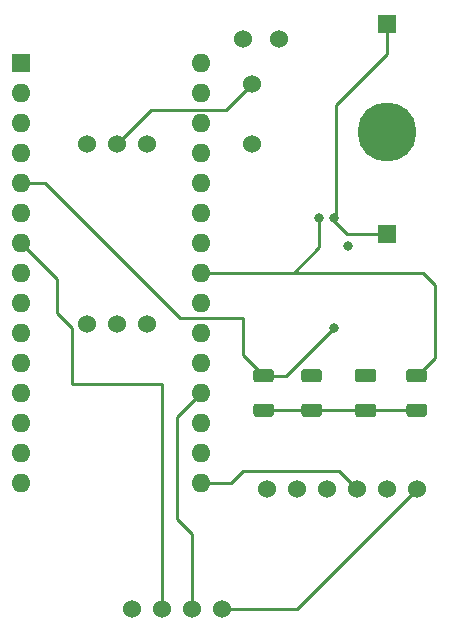
<source format=gbr>
%TF.GenerationSoftware,KiCad,Pcbnew,(5.1.10)-1*%
%TF.CreationDate,2021-10-20T12:04:40-04:00*%
%TF.ProjectId,mainboard,6d61696e-626f-4617-9264-2e6b69636164,rev?*%
%TF.SameCoordinates,Original*%
%TF.FileFunction,Copper,L2,Bot*%
%TF.FilePolarity,Positive*%
%FSLAX46Y46*%
G04 Gerber Fmt 4.6, Leading zero omitted, Abs format (unit mm)*
G04 Created by KiCad (PCBNEW (5.1.10)-1) date 2021-10-20 12:04:40*
%MOMM*%
%LPD*%
G01*
G04 APERTURE LIST*
%TA.AperFunction,ComponentPad*%
%ADD10R,1.600000X1.600000*%
%TD*%
%TA.AperFunction,ComponentPad*%
%ADD11O,1.600000X1.600000*%
%TD*%
%TA.AperFunction,SMDPad,CuDef*%
%ADD12R,1.524000X1.524000*%
%TD*%
%TA.AperFunction,SMDPad,CuDef*%
%ADD13C,5.000000*%
%TD*%
%TA.AperFunction,ComponentPad*%
%ADD14C,1.524000*%
%TD*%
%TA.AperFunction,ViaPad*%
%ADD15C,0.800000*%
%TD*%
%TA.AperFunction,Conductor*%
%ADD16C,0.250000*%
%TD*%
G04 APERTURE END LIST*
D10*
%TO.P,A1,1*%
%TO.N,Net-(A1-Pad1)*%
X90932000Y-57912000D03*
D11*
%TO.P,A1,17*%
%TO.N,Net-(10K1-Pad1)*%
X106172000Y-90932000D03*
%TO.P,A1,2*%
%TO.N,Net-(A1-Pad2)*%
X90932000Y-60452000D03*
%TO.P,A1,18*%
%TO.N,Net-(A1-Pad18)*%
X106172000Y-88392000D03*
%TO.P,A1,3*%
%TO.N,Net-(A1-Pad3)*%
X90932000Y-62992000D03*
%TO.P,A1,19*%
%TO.N,Net-(A1-Pad19)*%
X106172000Y-85852000D03*
%TO.P,A1,4*%
%TO.N,GND*%
X90932000Y-65532000D03*
%TO.P,A1,20*%
%TO.N,Net-(A1-Pad20)*%
X106172000Y-83312000D03*
%TO.P,A1,5*%
%TO.N,Net-(A1-Pad5)*%
X90932000Y-68072000D03*
%TO.P,A1,21*%
%TO.N,Net-(A1-Pad21)*%
X106172000Y-80772000D03*
%TO.P,A1,6*%
%TO.N,Net-(A1-Pad6)*%
X90932000Y-70612000D03*
%TO.P,A1,22*%
%TO.N,Net-(A1-Pad22)*%
X106172000Y-78232000D03*
%TO.P,A1,7*%
%TO.N,Net-(A1-Pad7)*%
X90932000Y-73152000D03*
%TO.P,A1,23*%
%TO.N,Net-(10K1-Pad2)*%
X106172000Y-75692000D03*
%TO.P,A1,8*%
%TO.N,Net-(A1-Pad8)*%
X90932000Y-75692000D03*
%TO.P,A1,24*%
%TO.N,Net-(4.7k1-Pad2)*%
X106172000Y-73152000D03*
%TO.P,A1,9*%
%TO.N,Net-(A1-Pad9)*%
X90932000Y-78232000D03*
%TO.P,A1,25*%
%TO.N,Net-(A1-Pad25)*%
X106172000Y-70612000D03*
%TO.P,A1,10*%
%TO.N,Net-(A1-Pad10)*%
X90932000Y-80772000D03*
%TO.P,A1,26*%
%TO.N,Net-(A1-Pad26)*%
X106172000Y-68072000D03*
%TO.P,A1,11*%
%TO.N,Net-(A1-Pad11)*%
X90932000Y-83312000D03*
%TO.P,A1,27*%
%TO.N,Net-(A1-Pad27)*%
X106172000Y-65532000D03*
%TO.P,A1,12*%
%TO.N,Net-(A1-Pad12)*%
X90932000Y-85852000D03*
%TO.P,A1,28*%
%TO.N,Net-(A1-Pad28)*%
X106172000Y-62992000D03*
%TO.P,A1,13*%
%TO.N,Net-(A1-Pad13)*%
X90932000Y-88392000D03*
%TO.P,A1,29*%
%TO.N,GND*%
X106172000Y-60452000D03*
%TO.P,A1,14*%
%TO.N,Net-(A1-Pad14)*%
X90932000Y-90932000D03*
%TO.P,A1,30*%
%TO.N,Net-(A1-Pad30)*%
X106172000Y-57912000D03*
%TO.P,A1,15*%
%TO.N,Net-(A1-Pad15)*%
X90932000Y-93472000D03*
%TO.P,A1,16*%
%TO.N,Net-(A1-Pad16)*%
X106172000Y-93472000D03*
%TD*%
D12*
%TO.P,U2,1*%
%TO.N,Net-(U1-Pad14)*%
X121920000Y-72390000D03*
%TO.P,U2,2*%
X121920000Y-54610000D03*
D13*
%TO.P,U2,3*%
%TO.N,GND*%
X121920000Y-63754000D03*
%TD*%
%TO.P,10K1,1*%
%TO.N,Net-(10K1-Pad1)*%
%TA.AperFunction,SMDPad,CuDef*%
G36*
G01*
X125085003Y-87877000D02*
X123834997Y-87877000D01*
G75*
G02*
X123585000Y-87627003I0J249997D01*
G01*
X123585000Y-87001997D01*
G75*
G02*
X123834997Y-86752000I249997J0D01*
G01*
X125085003Y-86752000D01*
G75*
G02*
X125335000Y-87001997I0J-249997D01*
G01*
X125335000Y-87627003D01*
G75*
G02*
X125085003Y-87877000I-249997J0D01*
G01*
G37*
%TD.AperFunction*%
%TO.P,10K1,2*%
%TO.N,Net-(10K1-Pad2)*%
%TA.AperFunction,SMDPad,CuDef*%
G36*
G01*
X125085003Y-84952000D02*
X123834997Y-84952000D01*
G75*
G02*
X123585000Y-84702003I0J249997D01*
G01*
X123585000Y-84076997D01*
G75*
G02*
X123834997Y-83827000I249997J0D01*
G01*
X125085003Y-83827000D01*
G75*
G02*
X125335000Y-84076997I0J-249997D01*
G01*
X125335000Y-84702003D01*
G75*
G02*
X125085003Y-84952000I-249997J0D01*
G01*
G37*
%TD.AperFunction*%
%TD*%
%TO.P,4.7k1,1*%
%TO.N,Net-(10K1-Pad1)*%
%TA.AperFunction,SMDPad,CuDef*%
G36*
G01*
X116195003Y-87877000D02*
X114944997Y-87877000D01*
G75*
G02*
X114695000Y-87627003I0J249997D01*
G01*
X114695000Y-87001997D01*
G75*
G02*
X114944997Y-86752000I249997J0D01*
G01*
X116195003Y-86752000D01*
G75*
G02*
X116445000Y-87001997I0J-249997D01*
G01*
X116445000Y-87627003D01*
G75*
G02*
X116195003Y-87877000I-249997J0D01*
G01*
G37*
%TD.AperFunction*%
%TO.P,4.7k1,2*%
%TO.N,Net-(4.7k1-Pad2)*%
%TA.AperFunction,SMDPad,CuDef*%
G36*
G01*
X116195003Y-84952000D02*
X114944997Y-84952000D01*
G75*
G02*
X114695000Y-84702003I0J249997D01*
G01*
X114695000Y-84076997D01*
G75*
G02*
X114944997Y-83827000I249997J0D01*
G01*
X116195003Y-83827000D01*
G75*
G02*
X116445000Y-84076997I0J-249997D01*
G01*
X116445000Y-84702003D01*
G75*
G02*
X116195003Y-84952000I-249997J0D01*
G01*
G37*
%TD.AperFunction*%
%TD*%
%TO.P,C1,1*%
%TO.N,Net-(10K1-Pad1)*%
%TA.AperFunction,SMDPad,CuDef*%
G36*
G01*
X120792001Y-87902000D02*
X119491999Y-87902000D01*
G75*
G02*
X119242000Y-87652001I0J249999D01*
G01*
X119242000Y-87001999D01*
G75*
G02*
X119491999Y-86752000I249999J0D01*
G01*
X120792001Y-86752000D01*
G75*
G02*
X121042000Y-87001999I0J-249999D01*
G01*
X121042000Y-87652001D01*
G75*
G02*
X120792001Y-87902000I-249999J0D01*
G01*
G37*
%TD.AperFunction*%
%TO.P,C1,2*%
%TO.N,GND*%
%TA.AperFunction,SMDPad,CuDef*%
G36*
G01*
X120792001Y-84952000D02*
X119491999Y-84952000D01*
G75*
G02*
X119242000Y-84702001I0J249999D01*
G01*
X119242000Y-84051999D01*
G75*
G02*
X119491999Y-83802000I249999J0D01*
G01*
X120792001Y-83802000D01*
G75*
G02*
X121042000Y-84051999I0J-249999D01*
G01*
X121042000Y-84702001D01*
G75*
G02*
X120792001Y-84952000I-249999J0D01*
G01*
G37*
%TD.AperFunction*%
%TD*%
%TO.P,R4,2*%
%TO.N,Net-(A1-Pad5)*%
%TA.AperFunction,SMDPad,CuDef*%
G36*
G01*
X112131003Y-84952000D02*
X110880997Y-84952000D01*
G75*
G02*
X110631000Y-84702003I0J249997D01*
G01*
X110631000Y-84076997D01*
G75*
G02*
X110880997Y-83827000I249997J0D01*
G01*
X112131003Y-83827000D01*
G75*
G02*
X112381000Y-84076997I0J-249997D01*
G01*
X112381000Y-84702003D01*
G75*
G02*
X112131003Y-84952000I-249997J0D01*
G01*
G37*
%TD.AperFunction*%
%TO.P,R4,1*%
%TO.N,Net-(10K1-Pad1)*%
%TA.AperFunction,SMDPad,CuDef*%
G36*
G01*
X112131003Y-87877000D02*
X110880997Y-87877000D01*
G75*
G02*
X110631000Y-87627003I0J249997D01*
G01*
X110631000Y-87001997D01*
G75*
G02*
X110880997Y-86752000I249997J0D01*
G01*
X112131003Y-86752000D01*
G75*
G02*
X112381000Y-87001997I0J-249997D01*
G01*
X112381000Y-87627003D01*
G75*
G02*
X112131003Y-87877000I-249997J0D01*
G01*
G37*
%TD.AperFunction*%
%TD*%
D14*
%TO.P,U4,1*%
%TO.N,Net-(10K1-Pad1)*%
X111760000Y-93980000D03*
%TO.P,U4,2*%
%TO.N,Net-(A1-Pad13)*%
X114300000Y-93980000D03*
%TO.P,U4,3*%
%TO.N,Net-(A1-Pad14)*%
X116840000Y-93980000D03*
%TO.P,U4,4*%
%TO.N,Net-(A1-Pad16)*%
X119380000Y-93980000D03*
%TO.P,U4,5*%
%TO.N,Net-(A1-Pad15)*%
X121920000Y-93980000D03*
%TO.P,U4,6*%
%TO.N,GND*%
X124460000Y-93980000D03*
%TD*%
%TO.P,U3,1*%
%TO.N,Net-(A1-Pad8)*%
X100330000Y-104140000D03*
%TO.P,U3,2*%
%TO.N,Net-(A1-Pad7)*%
X102870000Y-104140000D03*
%TO.P,U3,3*%
%TO.N,Net-(A1-Pad19)*%
X105410000Y-104140000D03*
%TO.P,U3,4*%
%TO.N,GND*%
X107950000Y-104140000D03*
%TD*%
%TO.P,U7,1*%
%TO.N,Net-(U6-Pad5)*%
X110490000Y-59690000D03*
%TO.P,U7,2*%
%TO.N,Net-(U6-Pad6)*%
X110490000Y-64770000D03*
%TD*%
%TO.P,U6,1*%
%TO.N,GND*%
X96520000Y-80010000D03*
%TO.P,U6,2*%
%TO.N,Net-(A1-Pad9)*%
X99060000Y-80010000D03*
%TO.P,U6,3*%
%TO.N,Net-(A1-Pad10)*%
X101600000Y-80010000D03*
%TO.P,U6,4*%
%TO.N,Net-(A1-Pad27)*%
X96520000Y-64770000D03*
%TO.P,U6,5*%
%TO.N,Net-(U6-Pad5)*%
X99060000Y-64770000D03*
%TO.P,U6,6*%
%TO.N,Net-(U6-Pad6)*%
X101600000Y-64770000D03*
%TD*%
%TO.P,U5,2*%
%TO.N,GND*%
X112776000Y-55880000D03*
%TO.P,U5,1*%
%TO.N,Net-(A1-Pad30)*%
X109728000Y-55880000D03*
%TD*%
D15*
%TO.N,Net-(10K1-Pad2)*%
X116205000Y-71042000D03*
%TO.N,Net-(10K1-Pad1)*%
X111506000Y-87314500D03*
X115570000Y-87314500D03*
%TO.N,Net-(4.7k1-Pad2)*%
X115570000Y-84389500D03*
%TO.N,GND*%
X120142000Y-84377000D03*
X121920000Y-63754000D03*
X118618000Y-73406000D03*
%TO.N,Net-(A1-Pad5)*%
X117475000Y-80342000D03*
%TO.N,Net-(U1-Pad14)*%
X117475000Y-71042000D03*
%TD*%
D16*
%TO.N,Net-(10K1-Pad2)*%
X106172000Y-75692000D02*
X114046000Y-75692000D01*
X116205000Y-73533000D02*
X116205000Y-71042000D01*
X114046000Y-75692000D02*
X116205000Y-73533000D01*
X114046000Y-75692000D02*
X124968000Y-75692000D01*
X124968000Y-75692000D02*
X125984000Y-76708000D01*
X125984000Y-82865500D02*
X124460000Y-84389500D01*
X125984000Y-76708000D02*
X125984000Y-82865500D01*
%TO.N,Net-(10K1-Pad1)*%
X115508500Y-87376000D02*
X115570000Y-87314500D01*
X124132000Y-87327000D02*
X124144500Y-87314500D01*
X111506000Y-87314500D02*
X115570000Y-87314500D01*
X120129500Y-87314500D02*
X120142000Y-87327000D01*
X115570000Y-87314500D02*
X120129500Y-87314500D01*
X124447500Y-87327000D02*
X124460000Y-87314500D01*
X120142000Y-87327000D02*
X124447500Y-87327000D01*
%TO.N,Net-(4.7k1-Pad2)*%
X106553000Y-73533000D02*
X106172000Y-73152000D01*
%TO.N,Net-(A1-Pad19)*%
X106172000Y-85852000D02*
X104140000Y-87884000D01*
X105410000Y-104140000D02*
X105410000Y-97790000D01*
X105410000Y-97790000D02*
X104140000Y-96520000D01*
X104140000Y-96520000D02*
X104140000Y-87884000D01*
%TO.N,GND*%
X114300000Y-104140000D02*
X124460000Y-93980000D01*
X107950000Y-104140000D02*
X114300000Y-104140000D01*
%TO.N,Net-(A1-Pad5)*%
X92964000Y-68072000D02*
X90932000Y-68072000D01*
X104394000Y-79502000D02*
X92964000Y-68072000D01*
X104394000Y-79502000D02*
X109728000Y-79502000D01*
X109728000Y-82611500D02*
X111506000Y-84389500D01*
X109728000Y-79502000D02*
X109728000Y-82611500D01*
X113427500Y-84389500D02*
X117475000Y-80342000D01*
X111506000Y-84389500D02*
X113427500Y-84389500D01*
%TO.N,Net-(A1-Pad7)*%
X102870000Y-85090000D02*
X102870000Y-104140000D01*
X90932000Y-73152000D02*
X93980000Y-76200000D01*
X93980000Y-79078762D02*
X95250000Y-80348762D01*
X93980000Y-76200000D02*
X93980000Y-79078762D01*
X95250000Y-80348762D02*
X95250000Y-85090000D01*
X95250000Y-85090000D02*
X102870000Y-85090000D01*
%TO.N,Net-(A1-Pad16)*%
X106172000Y-93472000D02*
X108712000Y-93472000D01*
X108712000Y-93472000D02*
X109728000Y-92456000D01*
X117856000Y-92456000D02*
X119380000Y-93980000D01*
X109728000Y-92456000D02*
X117856000Y-92456000D01*
%TO.N,Net-(U1-Pad14)*%
X117475000Y-71304002D02*
X117475000Y-71042000D01*
X118560998Y-72390000D02*
X117475000Y-71304002D01*
X121920000Y-72390000D02*
X118560998Y-72390000D01*
X121920000Y-57150000D02*
X121920000Y-54610000D01*
X117602000Y-61468000D02*
X121920000Y-57150000D01*
X117602000Y-70915000D02*
X117602000Y-61468000D01*
X117475000Y-71042000D02*
X117602000Y-70915000D01*
%TO.N,Net-(U6-Pad5)*%
X108313001Y-61866999D02*
X110490000Y-59690000D01*
X101963001Y-61866999D02*
X108313001Y-61866999D01*
X99060000Y-64770000D02*
X101963001Y-61866999D01*
%TD*%
M02*

</source>
